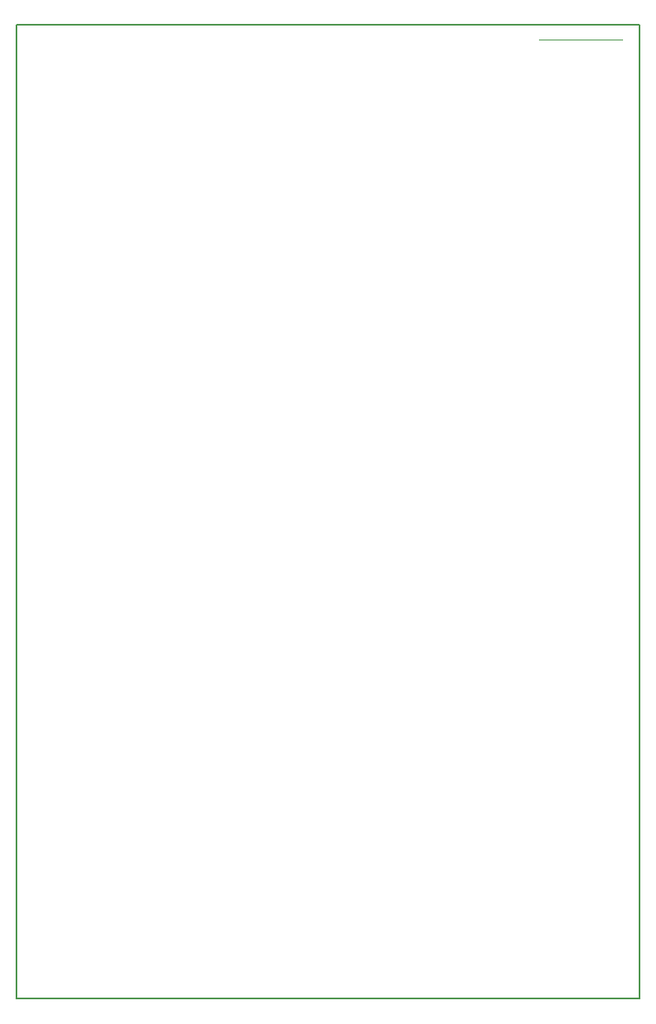
<source format=gm1>
%TF.GenerationSoftware,KiCad,Pcbnew,8.0.0*%
%TF.CreationDate,2024-03-05T15:49:07-06:00*%
%TF.ProjectId,handheld_tracker,68616e64-6865-46c6-945f-747261636b65,rev?*%
%TF.SameCoordinates,Original*%
%TF.FileFunction,Profile,NP*%
%FSLAX46Y46*%
G04 Gerber Fmt 4.6, Leading zero omitted, Abs format (unit mm)*
G04 Created by KiCad (PCBNEW 8.0.0) date 2024-03-05 15:49:07*
%MOMM*%
%LPD*%
G01*
G04 APERTURE LIST*
%TA.AperFunction,Profile*%
%ADD10C,0.200000*%
%TD*%
%TA.AperFunction,Profile*%
%ADD11C,0.100000*%
%TD*%
G04 APERTURE END LIST*
D10*
X106000000Y-45000000D02*
X170000000Y-45000000D01*
X170000000Y-145000000D01*
X106000000Y-145000000D01*
X106000000Y-45000000D01*
D11*
%TO.C,AE1*%
X168260000Y-46540000D02*
X159660000Y-46540000D01*
%TD*%
M02*

</source>
